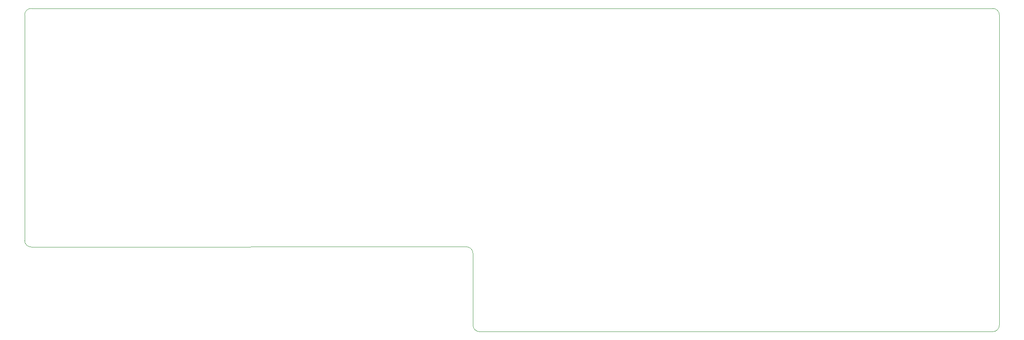
<source format=gbr>
%TF.GenerationSoftware,KiCad,Pcbnew,7.0.10*%
%TF.CreationDate,2024-04-03T07:10:25+02:00*%
%TF.ProjectId,p2000t-ram-expansion-board-2080kb,70323030-3074-42d7-9261-6d2d65787061,rev?*%
%TF.SameCoordinates,Original*%
%TF.FileFunction,Profile,NP*%
%FSLAX46Y46*%
G04 Gerber Fmt 4.6, Leading zero omitted, Abs format (unit mm)*
G04 Created by KiCad (PCBNEW 7.0.10) date 2024-04-03 07:10:25*
%MOMM*%
%LPD*%
G01*
G04 APERTURE LIST*
%TA.AperFunction,Profile*%
%ADD10C,0.100000*%
%TD*%
G04 APERTURE END LIST*
D10*
X37431400Y-69000000D02*
G75*
G03*
X36059800Y-70371600I-1J-1371599D01*
G01*
X36064365Y-117594932D02*
X36059800Y-70371600D01*
X238345401Y-69000000D02*
X37431400Y-69000000D01*
X36064365Y-117594932D02*
G75*
G03*
X37435965Y-118966532I1371599J-1D01*
G01*
X128358400Y-118920400D02*
X37435965Y-118966532D01*
X129730000Y-120292000D02*
G75*
G03*
X128358400Y-118920400I-1371599J1D01*
G01*
X129735000Y-135328800D02*
X129730000Y-120292000D01*
X129735000Y-135328800D02*
G75*
G03*
X131106600Y-136700400I1371599J-1D01*
G01*
X239717001Y-70371600D02*
G75*
G03*
X238345401Y-69000000I-1371599J1D01*
G01*
X131106600Y-136700400D02*
X238345400Y-136700400D01*
X239717001Y-70371600D02*
X239717000Y-135328800D01*
X238345400Y-136700400D02*
G75*
G03*
X239717000Y-135328800I0J1371600D01*
G01*
M02*

</source>
